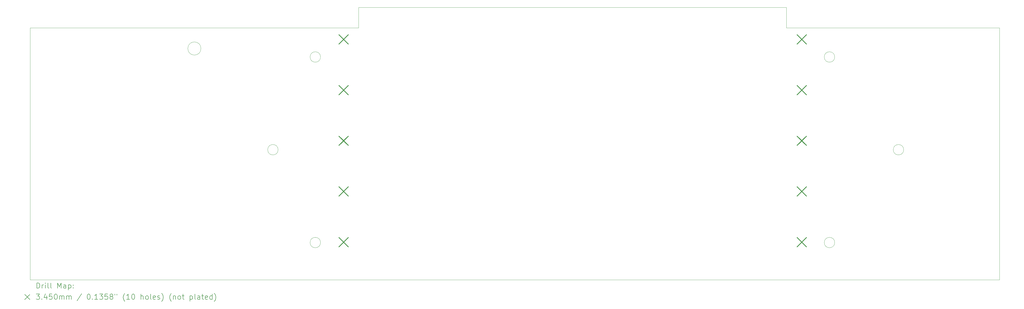
<source format=gbr>
%FSLAX45Y45*%
G04 Gerber Fmt 4.5, Leading zero omitted, Abs format (unit mm)*
G04 Created by KiCad (PCBNEW (6.0.0)) date 2022-11-09 00:17:15*
%MOMM*%
%LPD*%
G01*
G04 APERTURE LIST*
%TA.AperFunction,Profile*%
%ADD10C,0.100000*%
%TD*%
%ADD11C,0.200000*%
%ADD12C,0.345000*%
G04 APERTURE END LIST*
D10*
X16054600Y-6997475D02*
X16054600Y-6234475D01*
X13025600Y-11596975D02*
G75*
G03*
X13025600Y-11596975I-196500J0D01*
G01*
X3684600Y-6997475D02*
X3684600Y-16502475D01*
X3684600Y-6997475D02*
X16054600Y-6997475D01*
X16054600Y-6234475D02*
X32164600Y-6234475D01*
X40193600Y-6997475D02*
X40193600Y-16502475D01*
X14622600Y-8099975D02*
G75*
G03*
X14622600Y-8099975I-196500J0D01*
G01*
X36585600Y-11596975D02*
G75*
G03*
X36585600Y-11596975I-196500J0D01*
G01*
X10119600Y-7779975D02*
G75*
G03*
X10119600Y-7779975I-247500J0D01*
G01*
X40193600Y-16502475D02*
X3684600Y-16502475D01*
X33987600Y-15095975D02*
G75*
G03*
X33987600Y-15095975I-196500J0D01*
G01*
X32164600Y-6234475D02*
X32164600Y-6997475D01*
X33987600Y-8099975D02*
G75*
G03*
X33987600Y-8099975I-196500J0D01*
G01*
X32164600Y-6997475D02*
X40193600Y-6997475D01*
X14622600Y-15095975D02*
G75*
G03*
X14622600Y-15095975I-196500J0D01*
G01*
D11*
D12*
X15317600Y-7265475D02*
X15662600Y-7610475D01*
X15662600Y-7265475D02*
X15317600Y-7610475D01*
X15317600Y-9176725D02*
X15662600Y-9521725D01*
X15662600Y-9176725D02*
X15317600Y-9521725D01*
X15317600Y-11087975D02*
X15662600Y-11432975D01*
X15662600Y-11087975D02*
X15317600Y-11432975D01*
X15317600Y-12999225D02*
X15662600Y-13344225D01*
X15662600Y-12999225D02*
X15317600Y-13344225D01*
X15317600Y-14910475D02*
X15662600Y-15255475D01*
X15662600Y-14910475D02*
X15317600Y-15255475D01*
X32576600Y-7265475D02*
X32921600Y-7610475D01*
X32921600Y-7265475D02*
X32576600Y-7610475D01*
X32576600Y-9176725D02*
X32921600Y-9521725D01*
X32921600Y-9176725D02*
X32576600Y-9521725D01*
X32576600Y-11087975D02*
X32921600Y-11432975D01*
X32921600Y-11087975D02*
X32576600Y-11432975D01*
X32576600Y-12999225D02*
X32921600Y-13344225D01*
X32921600Y-12999225D02*
X32576600Y-13344225D01*
X32576600Y-14910475D02*
X32921600Y-15255475D01*
X32921600Y-14910475D02*
X32576600Y-15255475D01*
D11*
X3937219Y-16817951D02*
X3937219Y-16617951D01*
X3984838Y-16617951D01*
X4013409Y-16627475D01*
X4032457Y-16646523D01*
X4041981Y-16665570D01*
X4051505Y-16703665D01*
X4051505Y-16732237D01*
X4041981Y-16770332D01*
X4032457Y-16789380D01*
X4013409Y-16808427D01*
X3984838Y-16817951D01*
X3937219Y-16817951D01*
X4137219Y-16817951D02*
X4137219Y-16684618D01*
X4137219Y-16722713D02*
X4146743Y-16703665D01*
X4156267Y-16694142D01*
X4175314Y-16684618D01*
X4194362Y-16684618D01*
X4261029Y-16817951D02*
X4261029Y-16684618D01*
X4261029Y-16617951D02*
X4251505Y-16627475D01*
X4261029Y-16636999D01*
X4270552Y-16627475D01*
X4261029Y-16617951D01*
X4261029Y-16636999D01*
X4384838Y-16817951D02*
X4365790Y-16808427D01*
X4356267Y-16789380D01*
X4356267Y-16617951D01*
X4489600Y-16817951D02*
X4470552Y-16808427D01*
X4461029Y-16789380D01*
X4461029Y-16617951D01*
X4718171Y-16817951D02*
X4718171Y-16617951D01*
X4784838Y-16760808D01*
X4851505Y-16617951D01*
X4851505Y-16817951D01*
X5032457Y-16817951D02*
X5032457Y-16713189D01*
X5022933Y-16694142D01*
X5003886Y-16684618D01*
X4965790Y-16684618D01*
X4946743Y-16694142D01*
X5032457Y-16808427D02*
X5013410Y-16817951D01*
X4965790Y-16817951D01*
X4946743Y-16808427D01*
X4937219Y-16789380D01*
X4937219Y-16770332D01*
X4946743Y-16751284D01*
X4965790Y-16741761D01*
X5013410Y-16741761D01*
X5032457Y-16732237D01*
X5127695Y-16684618D02*
X5127695Y-16884618D01*
X5127695Y-16694142D02*
X5146743Y-16684618D01*
X5184838Y-16684618D01*
X5203886Y-16694142D01*
X5213410Y-16703665D01*
X5222933Y-16722713D01*
X5222933Y-16779856D01*
X5213410Y-16798904D01*
X5203886Y-16808427D01*
X5184838Y-16817951D01*
X5146743Y-16817951D01*
X5127695Y-16808427D01*
X5308648Y-16798904D02*
X5318171Y-16808427D01*
X5308648Y-16817951D01*
X5299124Y-16808427D01*
X5308648Y-16798904D01*
X5308648Y-16817951D01*
X5308648Y-16694142D02*
X5318171Y-16703665D01*
X5308648Y-16713189D01*
X5299124Y-16703665D01*
X5308648Y-16694142D01*
X5308648Y-16713189D01*
X3479600Y-17047475D02*
X3679600Y-17247475D01*
X3679600Y-17047475D02*
X3479600Y-17247475D01*
X3918171Y-17037951D02*
X4041981Y-17037951D01*
X3975314Y-17114142D01*
X4003886Y-17114142D01*
X4022933Y-17123665D01*
X4032457Y-17133189D01*
X4041981Y-17152237D01*
X4041981Y-17199856D01*
X4032457Y-17218904D01*
X4022933Y-17228427D01*
X4003886Y-17237951D01*
X3946743Y-17237951D01*
X3927695Y-17228427D01*
X3918171Y-17218904D01*
X4127695Y-17218904D02*
X4137219Y-17228427D01*
X4127695Y-17237951D01*
X4118171Y-17228427D01*
X4127695Y-17218904D01*
X4127695Y-17237951D01*
X4308648Y-17104618D02*
X4308648Y-17237951D01*
X4261029Y-17028427D02*
X4213410Y-17171285D01*
X4337219Y-17171285D01*
X4508648Y-17037951D02*
X4413410Y-17037951D01*
X4403886Y-17133189D01*
X4413410Y-17123665D01*
X4432457Y-17114142D01*
X4480076Y-17114142D01*
X4499124Y-17123665D01*
X4508648Y-17133189D01*
X4518171Y-17152237D01*
X4518171Y-17199856D01*
X4508648Y-17218904D01*
X4499124Y-17228427D01*
X4480076Y-17237951D01*
X4432457Y-17237951D01*
X4413410Y-17228427D01*
X4403886Y-17218904D01*
X4641981Y-17037951D02*
X4661029Y-17037951D01*
X4680076Y-17047475D01*
X4689600Y-17056999D01*
X4699124Y-17076046D01*
X4708648Y-17114142D01*
X4708648Y-17161761D01*
X4699124Y-17199856D01*
X4689600Y-17218904D01*
X4680076Y-17228427D01*
X4661029Y-17237951D01*
X4641981Y-17237951D01*
X4622933Y-17228427D01*
X4613410Y-17218904D01*
X4603886Y-17199856D01*
X4594362Y-17161761D01*
X4594362Y-17114142D01*
X4603886Y-17076046D01*
X4613410Y-17056999D01*
X4622933Y-17047475D01*
X4641981Y-17037951D01*
X4794362Y-17237951D02*
X4794362Y-17104618D01*
X4794362Y-17123665D02*
X4803886Y-17114142D01*
X4822933Y-17104618D01*
X4851505Y-17104618D01*
X4870552Y-17114142D01*
X4880076Y-17133189D01*
X4880076Y-17237951D01*
X4880076Y-17133189D02*
X4889600Y-17114142D01*
X4908648Y-17104618D01*
X4937219Y-17104618D01*
X4956267Y-17114142D01*
X4965790Y-17133189D01*
X4965790Y-17237951D01*
X5061029Y-17237951D02*
X5061029Y-17104618D01*
X5061029Y-17123665D02*
X5070552Y-17114142D01*
X5089600Y-17104618D01*
X5118171Y-17104618D01*
X5137219Y-17114142D01*
X5146743Y-17133189D01*
X5146743Y-17237951D01*
X5146743Y-17133189D02*
X5156267Y-17114142D01*
X5175314Y-17104618D01*
X5203886Y-17104618D01*
X5222933Y-17114142D01*
X5232457Y-17133189D01*
X5232457Y-17237951D01*
X5622933Y-17028427D02*
X5451505Y-17285570D01*
X5880076Y-17037951D02*
X5899124Y-17037951D01*
X5918171Y-17047475D01*
X5927695Y-17056999D01*
X5937219Y-17076046D01*
X5946743Y-17114142D01*
X5946743Y-17161761D01*
X5937219Y-17199856D01*
X5927695Y-17218904D01*
X5918171Y-17228427D01*
X5899124Y-17237951D01*
X5880076Y-17237951D01*
X5861028Y-17228427D01*
X5851505Y-17218904D01*
X5841981Y-17199856D01*
X5832457Y-17161761D01*
X5832457Y-17114142D01*
X5841981Y-17076046D01*
X5851505Y-17056999D01*
X5861028Y-17047475D01*
X5880076Y-17037951D01*
X6032457Y-17218904D02*
X6041981Y-17228427D01*
X6032457Y-17237951D01*
X6022933Y-17228427D01*
X6032457Y-17218904D01*
X6032457Y-17237951D01*
X6232457Y-17237951D02*
X6118171Y-17237951D01*
X6175314Y-17237951D02*
X6175314Y-17037951D01*
X6156267Y-17066523D01*
X6137219Y-17085570D01*
X6118171Y-17095094D01*
X6299124Y-17037951D02*
X6422933Y-17037951D01*
X6356267Y-17114142D01*
X6384838Y-17114142D01*
X6403886Y-17123665D01*
X6413409Y-17133189D01*
X6422933Y-17152237D01*
X6422933Y-17199856D01*
X6413409Y-17218904D01*
X6403886Y-17228427D01*
X6384838Y-17237951D01*
X6327695Y-17237951D01*
X6308648Y-17228427D01*
X6299124Y-17218904D01*
X6603886Y-17037951D02*
X6508648Y-17037951D01*
X6499124Y-17133189D01*
X6508648Y-17123665D01*
X6527695Y-17114142D01*
X6575314Y-17114142D01*
X6594362Y-17123665D01*
X6603886Y-17133189D01*
X6613409Y-17152237D01*
X6613409Y-17199856D01*
X6603886Y-17218904D01*
X6594362Y-17228427D01*
X6575314Y-17237951D01*
X6527695Y-17237951D01*
X6508648Y-17228427D01*
X6499124Y-17218904D01*
X6727695Y-17123665D02*
X6708648Y-17114142D01*
X6699124Y-17104618D01*
X6689600Y-17085570D01*
X6689600Y-17076046D01*
X6699124Y-17056999D01*
X6708648Y-17047475D01*
X6727695Y-17037951D01*
X6765790Y-17037951D01*
X6784838Y-17047475D01*
X6794362Y-17056999D01*
X6803886Y-17076046D01*
X6803886Y-17085570D01*
X6794362Y-17104618D01*
X6784838Y-17114142D01*
X6765790Y-17123665D01*
X6727695Y-17123665D01*
X6708648Y-17133189D01*
X6699124Y-17142713D01*
X6689600Y-17161761D01*
X6689600Y-17199856D01*
X6699124Y-17218904D01*
X6708648Y-17228427D01*
X6727695Y-17237951D01*
X6765790Y-17237951D01*
X6784838Y-17228427D01*
X6794362Y-17218904D01*
X6803886Y-17199856D01*
X6803886Y-17161761D01*
X6794362Y-17142713D01*
X6784838Y-17133189D01*
X6765790Y-17123665D01*
X6880076Y-17037951D02*
X6880076Y-17076046D01*
X6956267Y-17037951D02*
X6956267Y-17076046D01*
X7251505Y-17314142D02*
X7241981Y-17304618D01*
X7222933Y-17276046D01*
X7213409Y-17256999D01*
X7203886Y-17228427D01*
X7194362Y-17180808D01*
X7194362Y-17142713D01*
X7203886Y-17095094D01*
X7213409Y-17066523D01*
X7222933Y-17047475D01*
X7241981Y-17018904D01*
X7251505Y-17009380D01*
X7432457Y-17237951D02*
X7318171Y-17237951D01*
X7375314Y-17237951D02*
X7375314Y-17037951D01*
X7356267Y-17066523D01*
X7337219Y-17085570D01*
X7318171Y-17095094D01*
X7556267Y-17037951D02*
X7575314Y-17037951D01*
X7594362Y-17047475D01*
X7603886Y-17056999D01*
X7613409Y-17076046D01*
X7622933Y-17114142D01*
X7622933Y-17161761D01*
X7613409Y-17199856D01*
X7603886Y-17218904D01*
X7594362Y-17228427D01*
X7575314Y-17237951D01*
X7556267Y-17237951D01*
X7537219Y-17228427D01*
X7527695Y-17218904D01*
X7518171Y-17199856D01*
X7508648Y-17161761D01*
X7508648Y-17114142D01*
X7518171Y-17076046D01*
X7527695Y-17056999D01*
X7537219Y-17047475D01*
X7556267Y-17037951D01*
X7861028Y-17237951D02*
X7861028Y-17037951D01*
X7946743Y-17237951D02*
X7946743Y-17133189D01*
X7937219Y-17114142D01*
X7918171Y-17104618D01*
X7889600Y-17104618D01*
X7870552Y-17114142D01*
X7861028Y-17123665D01*
X8070552Y-17237951D02*
X8051505Y-17228427D01*
X8041981Y-17218904D01*
X8032457Y-17199856D01*
X8032457Y-17142713D01*
X8041981Y-17123665D01*
X8051505Y-17114142D01*
X8070552Y-17104618D01*
X8099124Y-17104618D01*
X8118171Y-17114142D01*
X8127695Y-17123665D01*
X8137219Y-17142713D01*
X8137219Y-17199856D01*
X8127695Y-17218904D01*
X8118171Y-17228427D01*
X8099124Y-17237951D01*
X8070552Y-17237951D01*
X8251505Y-17237951D02*
X8232457Y-17228427D01*
X8222933Y-17209380D01*
X8222933Y-17037951D01*
X8403886Y-17228427D02*
X8384838Y-17237951D01*
X8346743Y-17237951D01*
X8327695Y-17228427D01*
X8318171Y-17209380D01*
X8318171Y-17133189D01*
X8327695Y-17114142D01*
X8346743Y-17104618D01*
X8384838Y-17104618D01*
X8403886Y-17114142D01*
X8413410Y-17133189D01*
X8413410Y-17152237D01*
X8318171Y-17171285D01*
X8489600Y-17228427D02*
X8508648Y-17237951D01*
X8546743Y-17237951D01*
X8565790Y-17228427D01*
X8575314Y-17209380D01*
X8575314Y-17199856D01*
X8565790Y-17180808D01*
X8546743Y-17171285D01*
X8518171Y-17171285D01*
X8499124Y-17161761D01*
X8489600Y-17142713D01*
X8489600Y-17133189D01*
X8499124Y-17114142D01*
X8518171Y-17104618D01*
X8546743Y-17104618D01*
X8565790Y-17114142D01*
X8641981Y-17314142D02*
X8651505Y-17304618D01*
X8670552Y-17276046D01*
X8680076Y-17256999D01*
X8689600Y-17228427D01*
X8699124Y-17180808D01*
X8699124Y-17142713D01*
X8689600Y-17095094D01*
X8680076Y-17066523D01*
X8670552Y-17047475D01*
X8651505Y-17018904D01*
X8641981Y-17009380D01*
X9003886Y-17314142D02*
X8994362Y-17304618D01*
X8975314Y-17276046D01*
X8965790Y-17256999D01*
X8956267Y-17228427D01*
X8946743Y-17180808D01*
X8946743Y-17142713D01*
X8956267Y-17095094D01*
X8965790Y-17066523D01*
X8975314Y-17047475D01*
X8994362Y-17018904D01*
X9003886Y-17009380D01*
X9080076Y-17104618D02*
X9080076Y-17237951D01*
X9080076Y-17123665D02*
X9089600Y-17114142D01*
X9108648Y-17104618D01*
X9137219Y-17104618D01*
X9156267Y-17114142D01*
X9165790Y-17133189D01*
X9165790Y-17237951D01*
X9289600Y-17237951D02*
X9270552Y-17228427D01*
X9261029Y-17218904D01*
X9251505Y-17199856D01*
X9251505Y-17142713D01*
X9261029Y-17123665D01*
X9270552Y-17114142D01*
X9289600Y-17104618D01*
X9318171Y-17104618D01*
X9337219Y-17114142D01*
X9346743Y-17123665D01*
X9356267Y-17142713D01*
X9356267Y-17199856D01*
X9346743Y-17218904D01*
X9337219Y-17228427D01*
X9318171Y-17237951D01*
X9289600Y-17237951D01*
X9413410Y-17104618D02*
X9489600Y-17104618D01*
X9441981Y-17037951D02*
X9441981Y-17209380D01*
X9451505Y-17228427D01*
X9470552Y-17237951D01*
X9489600Y-17237951D01*
X9708648Y-17104618D02*
X9708648Y-17304618D01*
X9708648Y-17114142D02*
X9727695Y-17104618D01*
X9765790Y-17104618D01*
X9784838Y-17114142D01*
X9794362Y-17123665D01*
X9803886Y-17142713D01*
X9803886Y-17199856D01*
X9794362Y-17218904D01*
X9784838Y-17228427D01*
X9765790Y-17237951D01*
X9727695Y-17237951D01*
X9708648Y-17228427D01*
X9918171Y-17237951D02*
X9899124Y-17228427D01*
X9889600Y-17209380D01*
X9889600Y-17037951D01*
X10080076Y-17237951D02*
X10080076Y-17133189D01*
X10070552Y-17114142D01*
X10051505Y-17104618D01*
X10013410Y-17104618D01*
X9994362Y-17114142D01*
X10080076Y-17228427D02*
X10061029Y-17237951D01*
X10013410Y-17237951D01*
X9994362Y-17228427D01*
X9984838Y-17209380D01*
X9984838Y-17190332D01*
X9994362Y-17171285D01*
X10013410Y-17161761D01*
X10061029Y-17161761D01*
X10080076Y-17152237D01*
X10146743Y-17104618D02*
X10222933Y-17104618D01*
X10175314Y-17037951D02*
X10175314Y-17209380D01*
X10184838Y-17228427D01*
X10203886Y-17237951D01*
X10222933Y-17237951D01*
X10365790Y-17228427D02*
X10346743Y-17237951D01*
X10308648Y-17237951D01*
X10289600Y-17228427D01*
X10280076Y-17209380D01*
X10280076Y-17133189D01*
X10289600Y-17114142D01*
X10308648Y-17104618D01*
X10346743Y-17104618D01*
X10365790Y-17114142D01*
X10375314Y-17133189D01*
X10375314Y-17152237D01*
X10280076Y-17171285D01*
X10546743Y-17237951D02*
X10546743Y-17037951D01*
X10546743Y-17228427D02*
X10527695Y-17237951D01*
X10489600Y-17237951D01*
X10470552Y-17228427D01*
X10461029Y-17218904D01*
X10451505Y-17199856D01*
X10451505Y-17142713D01*
X10461029Y-17123665D01*
X10470552Y-17114142D01*
X10489600Y-17104618D01*
X10527695Y-17104618D01*
X10546743Y-17114142D01*
X10622933Y-17314142D02*
X10632457Y-17304618D01*
X10651505Y-17276046D01*
X10661029Y-17256999D01*
X10670552Y-17228427D01*
X10680076Y-17180808D01*
X10680076Y-17142713D01*
X10670552Y-17095094D01*
X10661029Y-17066523D01*
X10651505Y-17047475D01*
X10632457Y-17018904D01*
X10622933Y-17009380D01*
M02*

</source>
